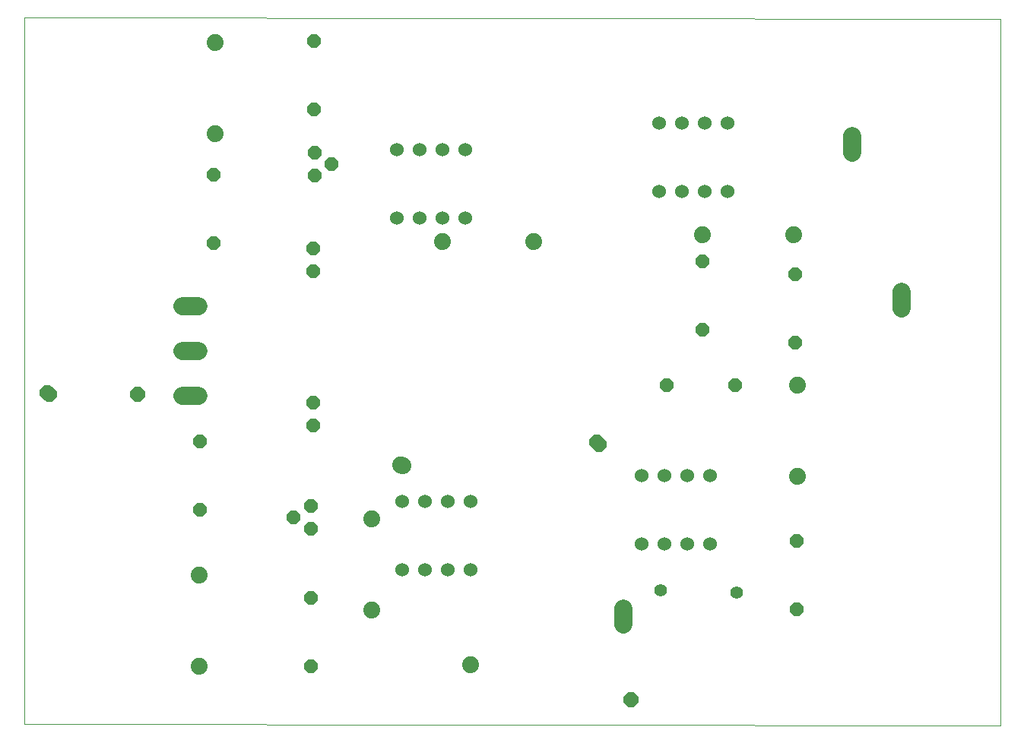
<source format=gbs>
G75*
%MOIN*%
%OFA0B0*%
%FSLAX25Y25*%
%IPPOS*%
%LPD*%
%AMOC8*
5,1,8,0,0,1.08239X$1,22.5*
%
%ADD10C,0.00000*%
%ADD11OC8,0.06000*%
%ADD12C,0.07400*%
%ADD13C,0.07850*%
%ADD14C,0.06000*%
%ADD15OC8,0.06400*%
%ADD16C,0.05550*%
D10*
X0001000Y0001591D02*
X0001000Y0311551D01*
X0428815Y0310961D01*
X0428815Y0001000D01*
X0001000Y0001591D01*
D11*
X0126591Y0027024D03*
X0126591Y0057024D03*
X0126591Y0087358D03*
X0119091Y0092358D03*
X0126591Y0097358D03*
X0127693Y0132713D03*
X0127693Y0142713D03*
X0078087Y0125587D03*
X0078087Y0095587D03*
X0127476Y0200114D03*
X0127476Y0210114D03*
X0128264Y0242299D03*
X0135764Y0247299D03*
X0128264Y0252299D03*
X0128047Y0271138D03*
X0128047Y0301138D03*
X0083972Y0242594D03*
X0083972Y0212594D03*
X0282732Y0150134D03*
X0298323Y0174425D03*
X0312732Y0150134D03*
X0339051Y0168933D03*
X0339051Y0198933D03*
X0298323Y0204425D03*
X0339484Y0081906D03*
X0339484Y0051906D03*
D12*
X0340114Y0110252D03*
X0340114Y0150252D03*
X0338283Y0216177D03*
X0298283Y0216177D03*
X0224169Y0213382D03*
X0184169Y0213382D03*
X0084563Y0260567D03*
X0084563Y0300567D03*
X0165921Y0115311D03*
X0167083Y0114740D03*
X0153402Y0091709D03*
X0153402Y0051709D03*
X0196689Y0027437D03*
X0077516Y0026866D03*
X0077516Y0066866D03*
D13*
X0077261Y0145488D02*
X0070211Y0145488D01*
X0070211Y0165173D02*
X0077261Y0165173D01*
X0077261Y0184858D02*
X0070211Y0184858D01*
X0263638Y0052340D02*
X0263638Y0045290D01*
X0385587Y0184050D02*
X0385587Y0191100D01*
X0364110Y0252396D02*
X0364110Y0259446D01*
D14*
X0309169Y0265272D03*
X0299169Y0265272D03*
X0289169Y0265272D03*
X0279169Y0265272D03*
X0279169Y0235272D03*
X0289169Y0235272D03*
X0299169Y0235272D03*
X0309169Y0235272D03*
X0194228Y0223441D03*
X0184228Y0223441D03*
X0174228Y0223441D03*
X0164228Y0223441D03*
X0164228Y0253441D03*
X0174228Y0253441D03*
X0184228Y0253441D03*
X0194228Y0253441D03*
X0271768Y0110646D03*
X0281768Y0110646D03*
X0291768Y0110646D03*
X0301768Y0110646D03*
X0301768Y0080646D03*
X0291768Y0080646D03*
X0281768Y0080646D03*
X0271768Y0080646D03*
X0196689Y0069287D03*
X0186689Y0069287D03*
X0176689Y0069287D03*
X0166689Y0069287D03*
X0166689Y0099287D03*
X0176689Y0099287D03*
X0186689Y0099287D03*
X0196689Y0099287D03*
D15*
X0251846Y0125213D03*
X0253087Y0124209D03*
X0266945Y0012299D03*
X0050488Y0146138D03*
X0012043Y0146157D03*
X0010882Y0146768D03*
D16*
X0280035Y0060370D03*
X0313165Y0059366D03*
M02*

</source>
